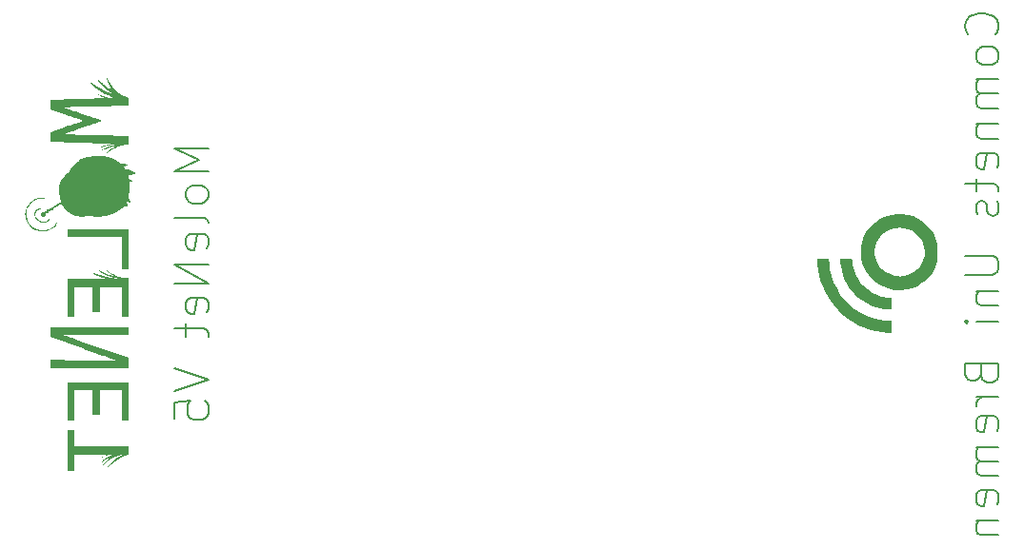
<source format=gbo>
%TF.GenerationSoftware,KiCad,Pcbnew,6.0.7-f9a2dced07~116~ubuntu20.04.1*%
%TF.CreationDate,2023-02-02T12:22:44+01:00*%
%TF.ProjectId,MoleNet_V5.2.2,4d6f6c65-4e65-4745-9f56-352e322e322e,1*%
%TF.SameCoordinates,Original*%
%TF.FileFunction,Legend,Bot*%
%TF.FilePolarity,Positive*%
%FSLAX46Y46*%
G04 Gerber Fmt 4.6, Leading zero omitted, Abs format (unit mm)*
G04 Created by KiCad (PCBNEW 6.0.7-f9a2dced07~116~ubuntu20.04.1) date 2023-02-02 12:22:44*
%MOMM*%
%LPD*%
G01*
G04 APERTURE LIST*
G04 Aperture macros list*
%AMRoundRect*
0 Rectangle with rounded corners*
0 $1 Rounding radius*
0 $2 $3 $4 $5 $6 $7 $8 $9 X,Y pos of 4 corners*
0 Add a 4 corners polygon primitive as box body*
4,1,4,$2,$3,$4,$5,$6,$7,$8,$9,$2,$3,0*
0 Add four circle primitives for the rounded corners*
1,1,$1+$1,$2,$3*
1,1,$1+$1,$4,$5*
1,1,$1+$1,$6,$7*
1,1,$1+$1,$8,$9*
0 Add four rect primitives between the rounded corners*
20,1,$1+$1,$2,$3,$4,$5,0*
20,1,$1+$1,$4,$5,$6,$7,0*
20,1,$1+$1,$6,$7,$8,$9,0*
20,1,$1+$1,$8,$9,$2,$3,0*%
G04 Aperture macros list end*
%ADD10C,0.150000*%
%ADD11R,1.700000X1.700000*%
%ADD12O,1.700000X1.700000*%
%ADD13RoundRect,0.250000X-0.600000X0.600000X-0.600000X-0.600000X0.600000X-0.600000X0.600000X0.600000X0*%
%ADD14C,1.700000*%
%ADD15C,2.200000*%
%ADD16R,2.200000X2.200000*%
%ADD17O,2.200000X2.200000*%
%ADD18R,2.400000X2.400000*%
%ADD19C,2.400000*%
%ADD20R,4.000000X4.000000*%
%ADD21C,4.000000*%
%ADD22C,2.000000*%
%ADD23C,2.224000*%
G04 APERTURE END LIST*
D10*
X114507142Y-80100000D02*
X111507142Y-80100000D01*
X113650000Y-81100000D01*
X111507142Y-82100000D01*
X114507142Y-82100000D01*
X114507142Y-83957142D02*
X114364285Y-83671428D01*
X114221428Y-83528571D01*
X113935714Y-83385714D01*
X113078571Y-83385714D01*
X112792857Y-83528571D01*
X112650000Y-83671428D01*
X112507142Y-83957142D01*
X112507142Y-84385714D01*
X112650000Y-84671428D01*
X112792857Y-84814285D01*
X113078571Y-84957142D01*
X113935714Y-84957142D01*
X114221428Y-84814285D01*
X114364285Y-84671428D01*
X114507142Y-84385714D01*
X114507142Y-83957142D01*
X114507142Y-86671428D02*
X114364285Y-86385714D01*
X114078571Y-86242857D01*
X111507142Y-86242857D01*
X114364285Y-88957142D02*
X114507142Y-88671428D01*
X114507142Y-88100000D01*
X114364285Y-87814285D01*
X114078571Y-87671428D01*
X112935714Y-87671428D01*
X112650000Y-87814285D01*
X112507142Y-88100000D01*
X112507142Y-88671428D01*
X112650000Y-88957142D01*
X112935714Y-89100000D01*
X113221428Y-89100000D01*
X113507142Y-87671428D01*
X114507142Y-90385714D02*
X111507142Y-90385714D01*
X114507142Y-92100000D01*
X111507142Y-92100000D01*
X114364285Y-94671428D02*
X114507142Y-94385714D01*
X114507142Y-93814285D01*
X114364285Y-93528571D01*
X114078571Y-93385714D01*
X112935714Y-93385714D01*
X112650000Y-93528571D01*
X112507142Y-93814285D01*
X112507142Y-94385714D01*
X112650000Y-94671428D01*
X112935714Y-94814285D01*
X113221428Y-94814285D01*
X113507142Y-93385714D01*
X112507142Y-95671428D02*
X112507142Y-96814285D01*
X111507142Y-96100000D02*
X114078571Y-96100000D01*
X114364285Y-96242857D01*
X114507142Y-96528571D01*
X114507142Y-96814285D01*
X111507142Y-99671428D02*
X114507142Y-100671428D01*
X111507142Y-101671428D01*
X111507142Y-104100000D02*
X111507142Y-102671428D01*
X112935714Y-102528571D01*
X112792857Y-102671428D01*
X112650000Y-102957142D01*
X112650000Y-103671428D01*
X112792857Y-103957142D01*
X112935714Y-104100000D01*
X113221428Y-104242857D01*
X113935714Y-104242857D01*
X114221428Y-104100000D01*
X114364285Y-103957142D01*
X114507142Y-103671428D01*
X114507142Y-102957142D01*
X114364285Y-102671428D01*
X114221428Y-102528571D01*
X184461428Y-69911428D02*
X184604285Y-69768571D01*
X184747142Y-69340000D01*
X184747142Y-69054285D01*
X184604285Y-68625714D01*
X184318571Y-68340000D01*
X184032857Y-68197142D01*
X183461428Y-68054285D01*
X183032857Y-68054285D01*
X182461428Y-68197142D01*
X182175714Y-68340000D01*
X181890000Y-68625714D01*
X181747142Y-69054285D01*
X181747142Y-69340000D01*
X181890000Y-69768571D01*
X182032857Y-69911428D01*
X184747142Y-71625714D02*
X184604285Y-71340000D01*
X184461428Y-71197142D01*
X184175714Y-71054285D01*
X183318571Y-71054285D01*
X183032857Y-71197142D01*
X182890000Y-71340000D01*
X182747142Y-71625714D01*
X182747142Y-72054285D01*
X182890000Y-72340000D01*
X183032857Y-72482857D01*
X183318571Y-72625714D01*
X184175714Y-72625714D01*
X184461428Y-72482857D01*
X184604285Y-72340000D01*
X184747142Y-72054285D01*
X184747142Y-71625714D01*
X184747142Y-73911428D02*
X182747142Y-73911428D01*
X183032857Y-73911428D02*
X182890000Y-74054285D01*
X182747142Y-74340000D01*
X182747142Y-74768571D01*
X182890000Y-75054285D01*
X183175714Y-75197142D01*
X184747142Y-75197142D01*
X183175714Y-75197142D02*
X182890000Y-75340000D01*
X182747142Y-75625714D01*
X182747142Y-76054285D01*
X182890000Y-76340000D01*
X183175714Y-76482857D01*
X184747142Y-76482857D01*
X182747142Y-77911428D02*
X184747142Y-77911428D01*
X183032857Y-77911428D02*
X182890000Y-78054285D01*
X182747142Y-78340000D01*
X182747142Y-78768571D01*
X182890000Y-79054285D01*
X183175714Y-79197142D01*
X184747142Y-79197142D01*
X184604285Y-81768571D02*
X184747142Y-81482857D01*
X184747142Y-80911428D01*
X184604285Y-80625714D01*
X184318571Y-80482857D01*
X183175714Y-80482857D01*
X182890000Y-80625714D01*
X182747142Y-80911428D01*
X182747142Y-81482857D01*
X182890000Y-81768571D01*
X183175714Y-81911428D01*
X183461428Y-81911428D01*
X183747142Y-80482857D01*
X182747142Y-82768571D02*
X182747142Y-83911428D01*
X181747142Y-83197142D02*
X184318571Y-83197142D01*
X184604285Y-83340000D01*
X184747142Y-83625714D01*
X184747142Y-83911428D01*
X184604285Y-84768571D02*
X184747142Y-85054285D01*
X184747142Y-85625714D01*
X184604285Y-85911428D01*
X184318571Y-86054285D01*
X184175714Y-86054285D01*
X183890000Y-85911428D01*
X183747142Y-85625714D01*
X183747142Y-85197142D01*
X183604285Y-84911428D01*
X183318571Y-84768571D01*
X183175714Y-84768571D01*
X182890000Y-84911428D01*
X182747142Y-85197142D01*
X182747142Y-85625714D01*
X182890000Y-85911428D01*
X181747142Y-89625714D02*
X184175714Y-89625714D01*
X184461428Y-89768571D01*
X184604285Y-89911428D01*
X184747142Y-90197142D01*
X184747142Y-90768571D01*
X184604285Y-91054285D01*
X184461428Y-91197142D01*
X184175714Y-91340000D01*
X181747142Y-91340000D01*
X182747142Y-92768571D02*
X184747142Y-92768571D01*
X183032857Y-92768571D02*
X182890000Y-92911428D01*
X182747142Y-93197142D01*
X182747142Y-93625714D01*
X182890000Y-93911428D01*
X183175714Y-94054285D01*
X184747142Y-94054285D01*
X184747142Y-95482857D02*
X182747142Y-95482857D01*
X181747142Y-95482857D02*
X181890000Y-95340000D01*
X182032857Y-95482857D01*
X181890000Y-95625714D01*
X181747142Y-95482857D01*
X182032857Y-95482857D01*
X183175714Y-100197142D02*
X183318571Y-100625714D01*
X183461428Y-100768571D01*
X183747142Y-100911428D01*
X184175714Y-100911428D01*
X184461428Y-100768571D01*
X184604285Y-100625714D01*
X184747142Y-100340000D01*
X184747142Y-99197142D01*
X181747142Y-99197142D01*
X181747142Y-100197142D01*
X181890000Y-100482857D01*
X182032857Y-100625714D01*
X182318571Y-100768571D01*
X182604285Y-100768571D01*
X182890000Y-100625714D01*
X183032857Y-100482857D01*
X183175714Y-100197142D01*
X183175714Y-99197142D01*
X184747142Y-102197142D02*
X182747142Y-102197142D01*
X183318571Y-102197142D02*
X183032857Y-102340000D01*
X182890000Y-102482857D01*
X182747142Y-102768571D01*
X182747142Y-103054285D01*
X184604285Y-105197142D02*
X184747142Y-104911428D01*
X184747142Y-104340000D01*
X184604285Y-104054285D01*
X184318571Y-103911428D01*
X183175714Y-103911428D01*
X182890000Y-104054285D01*
X182747142Y-104340000D01*
X182747142Y-104911428D01*
X182890000Y-105197142D01*
X183175714Y-105340000D01*
X183461428Y-105340000D01*
X183747142Y-103911428D01*
X184747142Y-106625714D02*
X182747142Y-106625714D01*
X183032857Y-106625714D02*
X182890000Y-106768571D01*
X182747142Y-107054285D01*
X182747142Y-107482857D01*
X182890000Y-107768571D01*
X183175714Y-107911428D01*
X184747142Y-107911428D01*
X183175714Y-107911428D02*
X182890000Y-108054285D01*
X182747142Y-108340000D01*
X182747142Y-108768571D01*
X182890000Y-109054285D01*
X183175714Y-109197142D01*
X184747142Y-109197142D01*
X184604285Y-111768571D02*
X184747142Y-111482857D01*
X184747142Y-110911428D01*
X184604285Y-110625714D01*
X184318571Y-110482857D01*
X183175714Y-110482857D01*
X182890000Y-110625714D01*
X182747142Y-110911428D01*
X182747142Y-111482857D01*
X182890000Y-111768571D01*
X183175714Y-111911428D01*
X183461428Y-111911428D01*
X183747142Y-110482857D01*
X182747142Y-113197142D02*
X184747142Y-113197142D01*
X183032857Y-113197142D02*
X182890000Y-113340000D01*
X182747142Y-113625714D01*
X182747142Y-114054285D01*
X182890000Y-114340000D01*
X183175714Y-114482857D01*
X184747142Y-114482857D01*
%TO.C,G\u002A\u002A\u002A*%
G36*
X106230811Y-74841543D02*
G01*
X106354876Y-74956317D01*
X106482989Y-75066389D01*
X106609812Y-75166881D01*
X106730008Y-75252915D01*
X106736312Y-75257140D01*
X106798137Y-75298061D01*
X106849227Y-75330054D01*
X106895641Y-75356046D01*
X106943438Y-75378964D01*
X106998678Y-75401734D01*
X107067419Y-75427283D01*
X107155722Y-75458537D01*
X107162795Y-75461017D01*
X107229898Y-75484596D01*
X107290883Y-75506117D01*
X107339282Y-75523292D01*
X107368628Y-75533835D01*
X107412561Y-75549914D01*
X107412561Y-75912577D01*
X107412191Y-76008209D01*
X107411163Y-76094300D01*
X107409573Y-76167353D01*
X107407522Y-76223868D01*
X107405105Y-76260345D01*
X107402422Y-76273287D01*
X107399778Y-76273299D01*
X107366245Y-76273757D01*
X107308364Y-76274835D01*
X107227647Y-76276496D01*
X107125604Y-76278703D01*
X107003747Y-76281420D01*
X106863586Y-76284607D01*
X106706634Y-76288230D01*
X106534400Y-76292250D01*
X106348395Y-76296630D01*
X106150132Y-76301334D01*
X105941121Y-76306323D01*
X105722872Y-76311561D01*
X105496898Y-76317011D01*
X105264708Y-76322635D01*
X105027815Y-76328397D01*
X104787729Y-76334258D01*
X104545961Y-76340183D01*
X104304022Y-76346134D01*
X104063423Y-76352073D01*
X103825676Y-76357964D01*
X103592291Y-76363769D01*
X103364779Y-76369452D01*
X103144652Y-76374975D01*
X102933421Y-76380300D01*
X102732595Y-76385391D01*
X102543688Y-76390211D01*
X102368209Y-76394723D01*
X102207670Y-76398889D01*
X102063581Y-76402672D01*
X101937454Y-76406034D01*
X101830800Y-76408940D01*
X101745130Y-76411352D01*
X101681955Y-76413232D01*
X101642785Y-76414543D01*
X101629133Y-76415249D01*
X101628057Y-76427029D01*
X101629820Y-76427764D01*
X101651572Y-76435554D01*
X101696904Y-76451361D01*
X101764317Y-76474672D01*
X101852313Y-76504976D01*
X101959395Y-76541758D01*
X102084065Y-76584505D01*
X102224826Y-76632706D01*
X102380179Y-76685846D01*
X102548628Y-76743413D01*
X102728673Y-76804894D01*
X102918819Y-76869776D01*
X103117566Y-76937546D01*
X103323418Y-77007690D01*
X103388432Y-77029837D01*
X103593224Y-77099604D01*
X103790964Y-77166975D01*
X103980105Y-77231423D01*
X104159104Y-77292423D01*
X104326415Y-77349447D01*
X104480493Y-77401968D01*
X104619794Y-77449461D01*
X104742772Y-77491397D01*
X104847883Y-77527251D01*
X104933581Y-77556496D01*
X104998322Y-77578605D01*
X105040561Y-77593052D01*
X105058752Y-77599309D01*
X105070541Y-77603735D01*
X105090642Y-77615646D01*
X105085788Y-77625445D01*
X105082320Y-77626829D01*
X105056689Y-77636006D01*
X105007623Y-77653144D01*
X104936623Y-77677729D01*
X104845190Y-77709247D01*
X104734826Y-77747183D01*
X104607030Y-77791023D01*
X104463303Y-77840252D01*
X104305147Y-77894358D01*
X104134062Y-77952824D01*
X103951549Y-78015138D01*
X103759110Y-78080785D01*
X103558244Y-78149250D01*
X103350453Y-78220019D01*
X103255849Y-78252232D01*
X103051350Y-78321897D01*
X102854617Y-78388960D01*
X102667135Y-78452914D01*
X102490391Y-78513250D01*
X102325871Y-78569460D01*
X102175060Y-78621034D01*
X102039444Y-78667465D01*
X101920509Y-78708243D01*
X101819741Y-78742861D01*
X101738626Y-78770809D01*
X101678650Y-78791579D01*
X101641298Y-78804662D01*
X101628057Y-78809550D01*
X101629154Y-78821342D01*
X101629523Y-78821409D01*
X101647147Y-78822210D01*
X101690058Y-78823611D01*
X101756745Y-78825575D01*
X101845698Y-78828065D01*
X101955405Y-78831043D01*
X102084355Y-78834473D01*
X102231038Y-78838317D01*
X102393942Y-78842538D01*
X102571556Y-78847098D01*
X102762369Y-78851962D01*
X102964869Y-78857091D01*
X103177547Y-78862449D01*
X103398890Y-78867998D01*
X103627387Y-78873702D01*
X103861529Y-78879522D01*
X104099802Y-78885422D01*
X104340697Y-78891365D01*
X104582703Y-78897314D01*
X104824307Y-78903231D01*
X105064000Y-78909079D01*
X105300269Y-78914821D01*
X105531605Y-78920420D01*
X105756495Y-78925839D01*
X105973429Y-78931041D01*
X106180896Y-78935988D01*
X106377384Y-78940644D01*
X106561383Y-78944971D01*
X106731382Y-78948931D01*
X106885868Y-78952489D01*
X107023332Y-78955606D01*
X107142262Y-78958246D01*
X107241147Y-78960372D01*
X107318476Y-78961945D01*
X107372739Y-78962930D01*
X107402422Y-78963289D01*
X107402629Y-78963366D01*
X107405268Y-78978207D01*
X107407640Y-79016361D01*
X107409651Y-79074368D01*
X107411204Y-79148764D01*
X107412206Y-79236090D01*
X107412561Y-79332884D01*
X107412561Y-79702460D01*
X107321315Y-79717802D01*
X107311219Y-79719498D01*
X107249389Y-79729846D01*
X107177252Y-79741873D01*
X107108410Y-79753312D01*
X107095173Y-79755587D01*
X107007650Y-79773409D01*
X106902429Y-79798515D01*
X106786015Y-79829138D01*
X106664911Y-79863508D01*
X106545622Y-79899860D01*
X106434653Y-79936424D01*
X106374653Y-79958008D01*
X106141080Y-80059891D01*
X105918267Y-80186229D01*
X105707466Y-80336247D01*
X105509926Y-80509172D01*
X105508784Y-80510274D01*
X105469626Y-80545110D01*
X105446978Y-80558663D01*
X105441129Y-80551271D01*
X105452368Y-80523274D01*
X105480982Y-80475014D01*
X105516046Y-80428029D01*
X105578910Y-80359973D01*
X105659816Y-80284203D01*
X105755499Y-80203447D01*
X105862698Y-80120433D01*
X105978150Y-80037890D01*
X106098592Y-79958546D01*
X106142023Y-79930734D01*
X106183622Y-79903067D01*
X106211132Y-79883512D01*
X106220100Y-79875124D01*
X106218529Y-79874530D01*
X106197619Y-79876150D01*
X106157646Y-79883331D01*
X106104246Y-79894810D01*
X106043055Y-79909325D01*
X105979709Y-79925611D01*
X105919844Y-79942407D01*
X105904981Y-79946784D01*
X105834662Y-79967209D01*
X105756283Y-79989636D01*
X105684206Y-80009950D01*
X105665259Y-80015439D01*
X105599274Y-80036359D01*
X105519656Y-80063498D01*
X105434780Y-80093952D01*
X105353019Y-80124817D01*
X105255778Y-80162099D01*
X105163698Y-80195871D01*
X105093536Y-80219483D01*
X105043799Y-80233397D01*
X105012992Y-80238074D01*
X104999622Y-80233975D01*
X104999037Y-80232865D01*
X105004235Y-80214081D01*
X105029366Y-80188671D01*
X105069896Y-80160399D01*
X105121289Y-80133027D01*
X105141604Y-80123591D01*
X105193166Y-80099602D01*
X105254917Y-80070840D01*
X105317560Y-80041635D01*
X105373103Y-80016479D01*
X105453318Y-79982924D01*
X105540459Y-79949894D01*
X105639363Y-79915663D01*
X105754866Y-79878506D01*
X105891805Y-79836695D01*
X105920525Y-79828090D01*
X105999268Y-79804476D01*
X106074041Y-79782026D01*
X106137535Y-79762934D01*
X106182438Y-79749397D01*
X106186633Y-79748123D01*
X106228223Y-79734332D01*
X106244707Y-79725952D01*
X106235806Y-79722975D01*
X106201243Y-79725396D01*
X106140740Y-79733208D01*
X106054019Y-79746404D01*
X106031053Y-79750053D01*
X105950796Y-79762778D01*
X105857101Y-79777605D01*
X105759808Y-79792977D01*
X105668761Y-79807339D01*
X105484482Y-79839224D01*
X105230592Y-79892708D01*
X104990206Y-79954650D01*
X104769825Y-80023487D01*
X104763980Y-80025060D01*
X104767199Y-80020386D01*
X104790102Y-80006521D01*
X104820827Y-79991052D01*
X104886567Y-79962722D01*
X104970510Y-79930255D01*
X105067824Y-79895236D01*
X105173680Y-79859252D01*
X105283246Y-79823888D01*
X105391692Y-79790729D01*
X105494187Y-79761361D01*
X105585900Y-79737370D01*
X105662002Y-79720340D01*
X105685641Y-79715552D01*
X105744649Y-79702252D01*
X105799228Y-79688283D01*
X105843871Y-79675211D01*
X105873073Y-79664599D01*
X105881329Y-79658013D01*
X105880916Y-79657814D01*
X105863252Y-79656053D01*
X105822495Y-79654026D01*
X105762141Y-79651847D01*
X105685685Y-79649630D01*
X105596622Y-79647489D01*
X105498448Y-79645537D01*
X105488159Y-79645335D01*
X105440157Y-79644199D01*
X105368916Y-79642331D01*
X105276059Y-79639780D01*
X105163206Y-79636595D01*
X105031978Y-79632826D01*
X104883998Y-79628522D01*
X104720886Y-79623733D01*
X104544264Y-79618510D01*
X104355752Y-79612900D01*
X104156974Y-79606955D01*
X103949549Y-79600723D01*
X103735099Y-79594255D01*
X103515246Y-79587599D01*
X103291610Y-79580806D01*
X103065814Y-79573925D01*
X102839478Y-79567006D01*
X102614225Y-79560098D01*
X102391674Y-79553251D01*
X102173449Y-79546515D01*
X101961169Y-79539939D01*
X101756457Y-79533572D01*
X101560933Y-79527465D01*
X101376220Y-79521668D01*
X101203938Y-79516228D01*
X101045708Y-79511198D01*
X100903153Y-79506625D01*
X100777894Y-79502559D01*
X100671551Y-79499051D01*
X100585747Y-79496150D01*
X100522102Y-79493905D01*
X100482238Y-79492365D01*
X100467776Y-79491582D01*
X100467279Y-79486686D01*
X100466502Y-79458769D01*
X100465810Y-79408928D01*
X100465229Y-79340357D01*
X100464783Y-79256253D01*
X100464498Y-79159813D01*
X100464397Y-79054232D01*
X100464397Y-78617960D01*
X100744892Y-78522209D01*
X100792666Y-78505921D01*
X100868374Y-78480143D01*
X100965172Y-78447210D01*
X101080674Y-78407933D01*
X101212494Y-78363121D01*
X101358247Y-78313586D01*
X101515547Y-78260138D01*
X101682010Y-78203588D01*
X101855249Y-78144747D01*
X102032879Y-78084426D01*
X102212515Y-78023434D01*
X102247925Y-78011406D01*
X102417998Y-77953446D01*
X102579911Y-77897958D01*
X102731918Y-77845559D01*
X102872273Y-77796864D01*
X102999230Y-77752488D01*
X103111041Y-77713046D01*
X103205961Y-77679154D01*
X103282245Y-77651428D01*
X103338144Y-77630482D01*
X103371913Y-77616932D01*
X103381807Y-77611393D01*
X103379450Y-77610457D01*
X103356035Y-77602131D01*
X103309218Y-77585886D01*
X103240637Y-77562280D01*
X103151928Y-77531871D01*
X103044731Y-77495219D01*
X102920681Y-77452882D01*
X102781416Y-77405418D01*
X102628575Y-77353386D01*
X102463793Y-77297345D01*
X102288709Y-77237852D01*
X102104961Y-77175467D01*
X101914184Y-77110749D01*
X100464397Y-76619122D01*
X100464397Y-75746066D01*
X100521848Y-75746716D01*
X100528006Y-75746735D01*
X100564815Y-75746262D01*
X100625458Y-75745007D01*
X100708296Y-75743021D01*
X100811689Y-75740353D01*
X100933994Y-75737056D01*
X101073572Y-75733180D01*
X101228783Y-75728776D01*
X101397985Y-75723895D01*
X101579537Y-75718587D01*
X101771801Y-75712904D01*
X101973133Y-75706896D01*
X102181895Y-75700614D01*
X102396445Y-75694109D01*
X102615143Y-75687433D01*
X102836348Y-75680635D01*
X103058420Y-75673766D01*
X103279718Y-75666878D01*
X103498601Y-75660021D01*
X103713428Y-75653247D01*
X103922560Y-75646605D01*
X104124355Y-75640148D01*
X104317173Y-75633925D01*
X104499373Y-75627987D01*
X104669315Y-75622387D01*
X104825358Y-75617173D01*
X104965861Y-75612398D01*
X105089184Y-75608111D01*
X105193686Y-75604365D01*
X105277726Y-75601209D01*
X105339664Y-75598695D01*
X105377860Y-75596873D01*
X105390672Y-75595794D01*
X105379199Y-75588036D01*
X105351889Y-75578501D01*
X105334132Y-75572766D01*
X105291126Y-75556115D01*
X105231680Y-75531424D01*
X105160496Y-75500792D01*
X105082275Y-75466319D01*
X105001720Y-75430104D01*
X104923531Y-75394247D01*
X104852410Y-75360846D01*
X104793060Y-75332002D01*
X104750180Y-75309814D01*
X104730519Y-75298774D01*
X104691782Y-75275179D01*
X104667909Y-75257814D01*
X104663447Y-75249824D01*
X104663498Y-75249808D01*
X104679780Y-75253050D01*
X104717984Y-75264350D01*
X104774656Y-75282571D01*
X104846342Y-75306577D01*
X104929589Y-75335234D01*
X105020943Y-75367405D01*
X105098946Y-75394932D01*
X105257310Y-75448913D01*
X105395475Y-75492817D01*
X105516525Y-75527344D01*
X105623541Y-75553194D01*
X105719606Y-75571070D01*
X105807801Y-75581671D01*
X105891209Y-75585698D01*
X105972912Y-75583852D01*
X106094573Y-75577093D01*
X105925600Y-75503834D01*
X105915512Y-75499452D01*
X105621204Y-75363680D01*
X105337796Y-75217691D01*
X105067977Y-75063195D01*
X104814437Y-74901898D01*
X104579864Y-74735508D01*
X104366948Y-74565734D01*
X104178378Y-74394283D01*
X104161832Y-74378048D01*
X104100782Y-74316894D01*
X104058144Y-74271319D01*
X104032500Y-74239335D01*
X104022430Y-74218952D01*
X104026514Y-74208181D01*
X104043333Y-74205033D01*
X104043562Y-74205035D01*
X104069678Y-74212743D01*
X104115928Y-74234600D01*
X104180235Y-74269404D01*
X104260524Y-74315950D01*
X104354719Y-74373037D01*
X104460743Y-74439461D01*
X104576520Y-74514019D01*
X104643234Y-74557030D01*
X104831306Y-74673333D01*
X105020069Y-74783189D01*
X105204302Y-74883714D01*
X105378785Y-74972027D01*
X105538298Y-75045242D01*
X105546922Y-75048949D01*
X105640685Y-75088519D01*
X105729832Y-75124883D01*
X105811001Y-75156778D01*
X105880830Y-75182941D01*
X105935954Y-75202108D01*
X105973013Y-75213017D01*
X105988643Y-75214404D01*
X105984046Y-75208871D01*
X105961202Y-75189703D01*
X105922444Y-75159537D01*
X105871255Y-75121067D01*
X105811116Y-75076988D01*
X105804412Y-75072128D01*
X105751322Y-75033440D01*
X105704165Y-74998511D01*
X105659628Y-74964679D01*
X105614398Y-74929281D01*
X105565162Y-74889655D01*
X105508606Y-74843139D01*
X105441418Y-74787069D01*
X105360283Y-74718783D01*
X105261889Y-74635618D01*
X105231411Y-74609435D01*
X105124291Y-74511281D01*
X105021805Y-74408293D01*
X104927487Y-74304497D01*
X104844868Y-74203916D01*
X104777483Y-74110574D01*
X104728863Y-74028495D01*
X104711218Y-73989135D01*
X104698206Y-73947719D01*
X104695473Y-73918625D01*
X104704200Y-73907641D01*
X104711808Y-73912881D01*
X104736301Y-73934172D01*
X104774161Y-73968971D01*
X104822031Y-74014181D01*
X104876552Y-74066702D01*
X104918915Y-74107739D01*
X104967977Y-74154582D01*
X105013064Y-74196405D01*
X105057797Y-74236290D01*
X105105799Y-74277318D01*
X105160692Y-74322569D01*
X105226099Y-74375126D01*
X105305640Y-74438070D01*
X105402938Y-74514480D01*
X105440013Y-74543364D01*
X105515892Y-74601514D01*
X105592141Y-74658825D01*
X105665647Y-74713059D01*
X105733300Y-74761979D01*
X105791986Y-74803347D01*
X105838594Y-74834925D01*
X105870012Y-74854476D01*
X105883127Y-74859762D01*
X105883294Y-74859488D01*
X105878163Y-74845123D01*
X105871133Y-74831711D01*
X106034826Y-74831711D01*
X106035996Y-74840113D01*
X106051073Y-74865664D01*
X106078775Y-74907960D01*
X106088389Y-74922278D01*
X106139389Y-74992309D01*
X106191976Y-75052440D01*
X106251849Y-75108065D01*
X106324708Y-75164577D01*
X106416252Y-75227372D01*
X106452316Y-75251175D01*
X106510987Y-75290063D01*
X106559963Y-75322735D01*
X106594945Y-75346316D01*
X106611629Y-75357932D01*
X106620041Y-75363470D01*
X106628527Y-75364091D01*
X106621400Y-75355274D01*
X106598137Y-75333941D01*
X106564317Y-75305775D01*
X106548243Y-75292719D01*
X106482812Y-75237485D01*
X106404615Y-75168968D01*
X106318619Y-75091620D01*
X106229790Y-75009892D01*
X106143095Y-74928237D01*
X106127567Y-74913434D01*
X106079330Y-74867967D01*
X106048844Y-74840861D01*
X106034826Y-74831711D01*
X105871133Y-74831711D01*
X105862127Y-74814530D01*
X105838386Y-74773856D01*
X105776407Y-74661564D01*
X105709715Y-74519072D01*
X105642962Y-74354754D01*
X105577285Y-74171239D01*
X105558273Y-74113597D01*
X105527640Y-74014787D01*
X105502314Y-73925187D01*
X105483075Y-73848038D01*
X105470702Y-73786583D01*
X105465976Y-73744063D01*
X105469675Y-73723722D01*
X105470637Y-73722844D01*
X105487814Y-73724079D01*
X105511053Y-73749404D01*
X105539259Y-73796989D01*
X105571336Y-73865005D01*
X105606187Y-73951622D01*
X105609950Y-73961454D01*
X105657076Y-74067909D01*
X105719435Y-74186284D01*
X105793284Y-74310261D01*
X105874879Y-74433518D01*
X105960477Y-74549738D01*
X106016173Y-74617393D01*
X106034826Y-74637836D01*
X106116131Y-74726942D01*
X106230811Y-74841543D01*
G37*
G36*
X107412561Y-104282202D02*
G01*
X106790741Y-104282202D01*
X106790741Y-101592154D01*
X104857691Y-101592154D01*
X104857691Y-103809078D01*
X104235871Y-103809078D01*
X104235871Y-101592154D01*
X102600214Y-101592154D01*
X102600214Y-104282202D01*
X101978394Y-104282202D01*
X101978394Y-100889227D01*
X107412561Y-100889227D01*
X107412561Y-104282202D01*
G37*
G36*
X104850247Y-80756311D02*
G01*
X104987148Y-80760017D01*
X105108579Y-80766863D01*
X105220591Y-80777433D01*
X105329234Y-80792311D01*
X105440560Y-80812079D01*
X105560618Y-80837323D01*
X105669637Y-80863923D01*
X105889590Y-80931864D01*
X106099918Y-81015914D01*
X106296611Y-81114172D01*
X106475660Y-81224737D01*
X106633055Y-81345709D01*
X106711932Y-81413892D01*
X106903412Y-81415343D01*
X106922449Y-81415495D01*
X106993603Y-81416457D01*
X107044907Y-81418547D01*
X107082241Y-81422671D01*
X107111486Y-81429736D01*
X107138525Y-81440649D01*
X107169240Y-81456315D01*
X107203884Y-81473217D01*
X107252690Y-81492939D01*
X107290900Y-81503856D01*
X107317299Y-81511152D01*
X107336269Y-81527297D01*
X107329886Y-81545864D01*
X107297659Y-81562585D01*
X107295815Y-81563172D01*
X107244193Y-81580786D01*
X107185803Y-81602477D01*
X107126007Y-81626022D01*
X107070167Y-81649198D01*
X107023643Y-81669783D01*
X106991797Y-81685554D01*
X106979990Y-81694288D01*
X106983357Y-81703519D01*
X106999218Y-81731259D01*
X107024146Y-81769943D01*
X107053749Y-81813207D01*
X107083632Y-81854684D01*
X107109404Y-81888008D01*
X107126670Y-81906816D01*
X107143727Y-81914161D01*
X107182996Y-81921086D01*
X107233224Y-81923713D01*
X107339747Y-81931158D01*
X107455015Y-81953343D01*
X107566712Y-81987897D01*
X107667185Y-82032432D01*
X107748782Y-82084561D01*
X107762816Y-82094969D01*
X107803918Y-82119807D01*
X107839176Y-82134254D01*
X107859157Y-82139943D01*
X107917214Y-82163239D01*
X107974219Y-82193739D01*
X108017484Y-82224987D01*
X108041369Y-82252896D01*
X108046046Y-82281640D01*
X108032514Y-82321189D01*
X108026465Y-82333306D01*
X108016466Y-82345462D01*
X107999653Y-82354803D01*
X107971057Y-82363117D01*
X107925712Y-82372193D01*
X107858649Y-82383823D01*
X107821154Y-82391085D01*
X107767139Y-82402764D01*
X107702398Y-82417496D01*
X107632230Y-82433999D01*
X107561937Y-82450991D01*
X107496820Y-82467191D01*
X107442180Y-82481316D01*
X107403317Y-82492085D01*
X107385534Y-82498216D01*
X107385108Y-82499150D01*
X107386738Y-82517597D01*
X107393309Y-82554528D01*
X107403379Y-82603579D01*
X107415505Y-82658387D01*
X107428246Y-82712591D01*
X107440160Y-82759827D01*
X107449804Y-82793733D01*
X107455736Y-82807946D01*
X107467244Y-82812074D01*
X107498145Y-82821996D01*
X107540932Y-82835228D01*
X107588678Y-82854663D01*
X107638841Y-82884243D01*
X107681973Y-82918166D01*
X107712049Y-82951645D01*
X107723041Y-82979893D01*
X107719475Y-83000999D01*
X107698889Y-83027646D01*
X107657564Y-83045051D01*
X107592691Y-83054830D01*
X107499665Y-83062629D01*
X107499909Y-83422522D01*
X107499698Y-83519652D01*
X107498172Y-83639870D01*
X107494737Y-83743142D01*
X107488873Y-83835398D01*
X107480062Y-83922567D01*
X107467786Y-84010579D01*
X107451524Y-84105365D01*
X107430759Y-84212854D01*
X107395999Y-84386454D01*
X107463896Y-84530523D01*
X107478296Y-84561332D01*
X107521541Y-84658525D01*
X107551484Y-84735385D01*
X107568656Y-84794115D01*
X107573586Y-84836915D01*
X107566804Y-84865986D01*
X107548839Y-84883529D01*
X107538579Y-84887472D01*
X107518944Y-84885602D01*
X107491686Y-84870457D01*
X107450835Y-84839346D01*
X107414005Y-84809956D01*
X107366771Y-84772901D01*
X107328861Y-84743830D01*
X107278957Y-84706378D01*
X107251462Y-84760272D01*
X107223967Y-84814167D01*
X107275695Y-84926870D01*
X107293923Y-84967201D01*
X107320364Y-85030348D01*
X107337403Y-85080655D01*
X107347294Y-85125331D01*
X107352293Y-85171583D01*
X107352563Y-85176521D01*
X107348674Y-85213743D01*
X107331698Y-85239850D01*
X107299057Y-85255565D01*
X107248175Y-85261612D01*
X107176473Y-85258714D01*
X107081374Y-85247594D01*
X106973231Y-85232536D01*
X106811017Y-85393529D01*
X106754688Y-85447558D01*
X106564153Y-85605819D01*
X106355667Y-85744019D01*
X106129124Y-85862213D01*
X105884420Y-85960460D01*
X105621449Y-86038816D01*
X105514569Y-86064483D01*
X105405379Y-86087288D01*
X105299980Y-86104870D01*
X105192214Y-86117963D01*
X105075925Y-86127304D01*
X104944958Y-86133626D01*
X104793157Y-86137664D01*
X104653925Y-86139552D01*
X104523087Y-86139151D01*
X104407340Y-86135812D01*
X104300514Y-86129144D01*
X104196438Y-86118752D01*
X104088941Y-86104241D01*
X103971852Y-86085218D01*
X103809217Y-86057124D01*
X103698404Y-86092129D01*
X103573709Y-86123438D01*
X103417259Y-86145343D01*
X103252768Y-86152408D01*
X103088171Y-86144335D01*
X102931401Y-86120828D01*
X102831736Y-86096807D01*
X102676122Y-86048462D01*
X102517482Y-85987713D01*
X102363331Y-85917785D01*
X102221182Y-85841906D01*
X102098550Y-85763300D01*
X102018688Y-85703060D01*
X101894070Y-85592109D01*
X101784088Y-85468802D01*
X101681753Y-85325802D01*
X101668391Y-85305337D01*
X101628476Y-85245481D01*
X101592582Y-85193434D01*
X101564204Y-85154199D01*
X101546838Y-85132775D01*
X101527907Y-85106358D01*
X101518788Y-85076975D01*
X101516485Y-85059866D01*
X101507335Y-85026735D01*
X101494481Y-84991359D01*
X101481466Y-84963196D01*
X101471837Y-84951707D01*
X101463379Y-84956377D01*
X101434947Y-84974041D01*
X101389550Y-85002987D01*
X101330291Y-85041220D01*
X101260270Y-85086748D01*
X101182591Y-85137577D01*
X101133699Y-85169611D01*
X101049009Y-85224867D01*
X100968154Y-85277350D01*
X100895817Y-85324033D01*
X100836681Y-85361888D01*
X100795431Y-85387885D01*
X100745674Y-85419979D01*
X100714747Y-85443737D01*
X100700980Y-85461261D01*
X100700932Y-85475751D01*
X100701966Y-85478496D01*
X100710305Y-85509812D01*
X100717589Y-85549871D01*
X100718132Y-85553952D01*
X100717606Y-85589016D01*
X100705658Y-85600529D01*
X100684135Y-85588409D01*
X100654887Y-85552579D01*
X100646095Y-85540553D01*
X100623252Y-85516458D01*
X100606788Y-85508738D01*
X100605318Y-85509251D01*
X100584957Y-85519873D01*
X100547411Y-85541614D01*
X100497478Y-85571645D01*
X100439954Y-85607137D01*
X100373671Y-85649683D01*
X100326773Y-85683617D01*
X100299262Y-85710498D01*
X100288910Y-85733277D01*
X100293492Y-85754903D01*
X100310782Y-85778328D01*
X100320945Y-85790127D01*
X100325307Y-85802961D01*
X100310094Y-85811517D01*
X100288314Y-85811259D01*
X100256691Y-85791522D01*
X100253542Y-85788594D01*
X100228343Y-85769629D01*
X100204564Y-85765448D01*
X100174752Y-85776826D01*
X100131457Y-85804536D01*
X100108154Y-85821082D01*
X100084658Y-85842235D01*
X100076733Y-85861538D01*
X100079603Y-85886551D01*
X100082213Y-85914129D01*
X100068399Y-85949555D01*
X100051857Y-85977623D01*
X100039160Y-86015578D01*
X100033954Y-86032472D01*
X100010680Y-86066269D01*
X99966687Y-86101154D01*
X99934640Y-86121348D01*
X99902643Y-86135169D01*
X99867408Y-86139822D01*
X99817138Y-86138232D01*
X99777974Y-86135107D01*
X99742303Y-86127982D01*
X99716878Y-86114063D01*
X99692098Y-86089617D01*
X99689837Y-86087072D01*
X99670205Y-86061825D01*
X99659205Y-86036225D01*
X99654399Y-86001389D01*
X99653348Y-85948434D01*
X99658187Y-85871061D01*
X99675273Y-85808254D01*
X99706467Y-85762620D01*
X99753602Y-85730164D01*
X99769044Y-85722997D01*
X99801810Y-85712553D01*
X99837219Y-85711128D01*
X99887031Y-85717617D01*
X99915814Y-85722184D01*
X99949189Y-85724854D01*
X99976304Y-85719901D01*
X100006809Y-85704965D01*
X100050354Y-85677689D01*
X100055444Y-85674416D01*
X100095464Y-85648542D01*
X100124778Y-85629340D01*
X100137352Y-85620757D01*
X100137130Y-85613595D01*
X100130715Y-85586873D01*
X100118870Y-85547896D01*
X100106971Y-85506362D01*
X100104435Y-85477665D01*
X100112338Y-85459343D01*
X100116157Y-85455186D01*
X100140245Y-85446400D01*
X100166713Y-85464005D01*
X100194891Y-85507605D01*
X100202367Y-85521800D01*
X100218540Y-85549148D01*
X100227884Y-85560009D01*
X100237137Y-85556096D01*
X100265277Y-85540143D01*
X100306673Y-85514975D01*
X100356137Y-85483931D01*
X100408486Y-85450345D01*
X100458532Y-85417553D01*
X100501090Y-85388891D01*
X100530975Y-85367695D01*
X100543001Y-85357300D01*
X100542216Y-85343256D01*
X100531767Y-85316280D01*
X100526044Y-85304414D01*
X100523204Y-85283137D01*
X100540059Y-85280249D01*
X100576449Y-85295822D01*
X100621073Y-85319854D01*
X100816471Y-85201158D01*
X100830213Y-85192795D01*
X100889886Y-85156221D01*
X100959121Y-85113472D01*
X101034301Y-85066814D01*
X101111807Y-85018512D01*
X101188023Y-84970833D01*
X101259331Y-84926043D01*
X101322115Y-84886409D01*
X101372756Y-84854195D01*
X101407638Y-84831669D01*
X101423143Y-84821096D01*
X101422768Y-84812671D01*
X101415965Y-84783019D01*
X101403307Y-84737411D01*
X101386262Y-84681406D01*
X101375623Y-84646982D01*
X101361354Y-84597152D01*
X101348413Y-84545907D01*
X101335957Y-84489022D01*
X101323139Y-84422269D01*
X101309115Y-84341421D01*
X101293037Y-84242252D01*
X101274061Y-84120535D01*
X101266177Y-84063771D01*
X101254182Y-83946075D01*
X101246407Y-83822304D01*
X101242979Y-83698993D01*
X101244025Y-83582675D01*
X101249671Y-83479885D01*
X101260044Y-83397157D01*
X101275460Y-83324739D01*
X101301814Y-83225911D01*
X101333431Y-83125521D01*
X101367296Y-83033011D01*
X101400391Y-82957827D01*
X101476269Y-82824924D01*
X101584637Y-82673469D01*
X101713209Y-82525392D01*
X101858514Y-82384650D01*
X102017080Y-82255197D01*
X102038059Y-82239463D01*
X102087865Y-82200612D01*
X102123083Y-82168824D01*
X102149363Y-82137757D01*
X102172351Y-82101072D01*
X102197695Y-82052430D01*
X102225811Y-81998199D01*
X102351418Y-81792321D01*
X102498880Y-81601391D01*
X102666428Y-81427518D01*
X102852293Y-81272806D01*
X102915599Y-81223066D01*
X102976877Y-81165710D01*
X103017035Y-81114184D01*
X103037744Y-81083499D01*
X103073453Y-81047639D01*
X103110335Y-81035207D01*
X103152315Y-81044172D01*
X103163169Y-81047985D01*
X103184445Y-81050309D01*
X103212028Y-81045141D01*
X103251928Y-81031051D01*
X103310153Y-81006610D01*
X103464247Y-80945653D01*
X103698621Y-80871890D01*
X103948392Y-80813652D01*
X104208835Y-80772172D01*
X104210053Y-80772022D01*
X104274403Y-80766211D01*
X104361068Y-80761465D01*
X104465453Y-80757940D01*
X104582960Y-80755793D01*
X104708995Y-80755179D01*
X104850247Y-80756311D01*
G37*
G36*
X99718071Y-84494669D02*
G01*
X99826254Y-84501357D01*
X99917077Y-84512782D01*
X99951957Y-84518978D01*
X100008896Y-84530304D01*
X100044149Y-84540295D01*
X100061187Y-84550624D01*
X100063480Y-84562962D01*
X100054496Y-84578981D01*
X100042256Y-84591921D01*
X100025330Y-84597429D01*
X99996501Y-84596073D01*
X99948491Y-84588507D01*
X99940416Y-84587173D01*
X99865763Y-84579137D01*
X99773243Y-84574778D01*
X99670726Y-84574034D01*
X99566084Y-84576844D01*
X99467189Y-84583148D01*
X99381913Y-84592885D01*
X99297294Y-84607936D01*
X99207203Y-84631450D01*
X99125230Y-84663431D01*
X99046589Y-84706572D01*
X98966494Y-84763565D01*
X98880158Y-84837102D01*
X98782795Y-84929876D01*
X98713332Y-85000428D01*
X98607417Y-85118212D01*
X98522083Y-85229102D01*
X98455062Y-85336501D01*
X98404089Y-85443813D01*
X98366898Y-85554440D01*
X98359606Y-85585083D01*
X98346176Y-85672820D01*
X98338064Y-85776270D01*
X98335349Y-85887840D01*
X98338108Y-85999938D01*
X98346419Y-86104971D01*
X98360358Y-86195347D01*
X98407556Y-86378034D01*
X98470246Y-86542266D01*
X98550067Y-86690138D01*
X98648977Y-86825273D01*
X98768934Y-86951292D01*
X98827262Y-87003534D01*
X98989679Y-87126951D01*
X99160022Y-87226523D01*
X99336441Y-87302056D01*
X99517085Y-87353356D01*
X99700104Y-87380230D01*
X99883648Y-87382484D01*
X100065866Y-87359924D01*
X100244907Y-87312357D01*
X100418921Y-87239589D01*
X100586057Y-87141427D01*
X100640604Y-87101408D01*
X100738730Y-87013992D01*
X100825480Y-86916572D01*
X100895976Y-86814941D01*
X100945340Y-86714889D01*
X100959512Y-86680216D01*
X100973865Y-86660414D01*
X100993321Y-86657958D01*
X101025414Y-86668482D01*
X101042691Y-86676784D01*
X101052078Y-86688633D01*
X101052061Y-86707878D01*
X101041779Y-86738617D01*
X101020367Y-86784946D01*
X100986963Y-86850962D01*
X100948009Y-86918437D01*
X100893860Y-86991518D01*
X100822931Y-87068972D01*
X100804803Y-87087005D01*
X100659516Y-87210332D01*
X100499018Y-87311342D01*
X100323272Y-87390054D01*
X100132238Y-87446487D01*
X99925876Y-87480656D01*
X99855330Y-87486022D01*
X99679290Y-87481434D01*
X99499887Y-87452856D01*
X99320452Y-87401572D01*
X99144313Y-87328869D01*
X98974802Y-87236034D01*
X98815248Y-87124353D01*
X98668981Y-86995112D01*
X98632797Y-86957977D01*
X98509616Y-86809092D01*
X98409538Y-86647945D01*
X98332248Y-86473718D01*
X98277431Y-86285593D01*
X98244772Y-86082750D01*
X98233955Y-85864371D01*
X98235546Y-85787499D01*
X98249431Y-85639222D01*
X98278936Y-85501591D01*
X98325671Y-85371239D01*
X98391249Y-85244799D01*
X98477282Y-85118906D01*
X98585383Y-84990192D01*
X98717163Y-84855291D01*
X98766822Y-84808174D01*
X98864088Y-84722111D01*
X98952532Y-84654296D01*
X99036732Y-84602083D01*
X99121264Y-84562824D01*
X99210702Y-84533872D01*
X99309624Y-84512581D01*
X99380882Y-84503059D01*
X99486233Y-84495517D01*
X99601680Y-84492721D01*
X99718071Y-84494669D01*
G37*
G36*
X104736031Y-80037976D02*
G01*
X104729272Y-80044735D01*
X104722513Y-80037976D01*
X104729272Y-80031217D01*
X104736031Y-80037976D01*
G37*
G36*
X107412561Y-90804927D02*
G01*
X106790741Y-90804927D01*
X106790741Y-87966183D01*
X101978394Y-87966183D01*
X101978394Y-87263256D01*
X107412561Y-87263256D01*
X107412561Y-90804927D01*
G37*
G36*
X101102861Y-85641636D02*
G01*
X101113253Y-85654634D01*
X101113098Y-85657693D01*
X101107292Y-85668152D01*
X101105123Y-85667530D01*
X101092976Y-85654634D01*
X101090864Y-85649398D01*
X101098937Y-85641116D01*
X101102861Y-85641636D01*
G37*
G36*
X106696869Y-91536807D02*
G01*
X106805840Y-91562209D01*
X106915677Y-91579858D01*
X107035047Y-91591345D01*
X107172619Y-91598260D01*
X107412561Y-91606537D01*
X107412561Y-95103596D01*
X106790741Y-95103596D01*
X106790741Y-92413548D01*
X104857691Y-92413548D01*
X104857691Y-94630472D01*
X104235871Y-94630472D01*
X104235871Y-92413548D01*
X102600214Y-92413548D01*
X102600214Y-95103596D01*
X101978394Y-95103596D01*
X101978394Y-91710621D01*
X105648484Y-91707625D01*
X105457056Y-91659782D01*
X106526247Y-91659782D01*
X106531367Y-91665784D01*
X106539184Y-91667944D01*
X106557277Y-91664717D01*
X106557067Y-91660102D01*
X106539534Y-91657617D01*
X106526247Y-91659782D01*
X105457056Y-91659782D01*
X105418681Y-91650191D01*
X105397394Y-91644858D01*
X105232082Y-91602326D01*
X105088941Y-91563143D01*
X104964007Y-91526017D01*
X104853316Y-91489652D01*
X104752904Y-91452756D01*
X104658806Y-91414032D01*
X104567058Y-91372188D01*
X104476264Y-91326609D01*
X104402588Y-91284351D01*
X104351870Y-91248412D01*
X104325034Y-91219452D01*
X104323005Y-91198129D01*
X104323151Y-91197894D01*
X104334003Y-91189244D01*
X104353861Y-91187173D01*
X104385926Y-91192425D01*
X104433394Y-91205743D01*
X104499464Y-91227871D01*
X104587335Y-91259551D01*
X104679040Y-91291659D01*
X104810758Y-91334022D01*
X104957771Y-91378016D01*
X105113847Y-91421899D01*
X105272755Y-91463928D01*
X105428262Y-91502361D01*
X105574136Y-91535456D01*
X105600291Y-91540933D01*
X105693016Y-91558689D01*
X105797655Y-91576694D01*
X105909397Y-91594298D01*
X106023430Y-91610851D01*
X106134942Y-91625704D01*
X106239122Y-91638204D01*
X106331158Y-91647704D01*
X106406239Y-91653552D01*
X106459554Y-91655098D01*
X106462214Y-91655042D01*
X106486184Y-91653852D01*
X106489395Y-91651053D01*
X106469902Y-91645559D01*
X106425759Y-91636290D01*
X106407689Y-91632555D01*
X106316491Y-91611807D01*
X106208532Y-91584858D01*
X106089976Y-91553447D01*
X105966982Y-91519311D01*
X105845712Y-91484191D01*
X105732328Y-91449822D01*
X105632990Y-91417945D01*
X105553859Y-91390296D01*
X105540051Y-91385072D01*
X105448522Y-91347158D01*
X105349370Y-91301260D01*
X105246658Y-91249695D01*
X105144450Y-91194780D01*
X105046812Y-91138831D01*
X104957809Y-91084167D01*
X104881503Y-91033102D01*
X104821960Y-90987955D01*
X104783245Y-90951041D01*
X104772961Y-90937869D01*
X104754465Y-90905753D01*
X104749490Y-90881873D01*
X104759905Y-90872516D01*
X104763001Y-90873448D01*
X104785564Y-90884210D01*
X104825412Y-90905121D01*
X104878058Y-90933791D01*
X104939016Y-90967835D01*
X105031436Y-91019124D01*
X105173672Y-91094606D01*
X105310840Y-91163365D01*
X105438594Y-91223313D01*
X105552591Y-91272366D01*
X105648484Y-91308437D01*
X105650603Y-91309151D01*
X105710148Y-91328235D01*
X105789301Y-91352247D01*
X105881783Y-91379408D01*
X105981315Y-91407936D01*
X106081620Y-91436052D01*
X106176417Y-91461975D01*
X106259428Y-91483923D01*
X106324376Y-91500117D01*
X106325409Y-91500339D01*
X106325009Y-91496782D01*
X106303543Y-91483019D01*
X106263924Y-91460698D01*
X106209066Y-91431464D01*
X106141885Y-91396967D01*
X106090606Y-91370549D01*
X106003763Y-91323945D01*
X105918326Y-91276099D01*
X105841949Y-91231331D01*
X105782283Y-91193960D01*
X105761174Y-91179768D01*
X105699575Y-91135766D01*
X105640741Y-91090299D01*
X105586698Y-91045422D01*
X105539470Y-91003190D01*
X105501085Y-90965659D01*
X105473568Y-90934883D01*
X105458944Y-90912918D01*
X105459239Y-90901820D01*
X105476479Y-90903642D01*
X105512689Y-90920442D01*
X105538730Y-90936281D01*
X105582352Y-90965417D01*
X105635505Y-91002598D01*
X105691882Y-91043493D01*
X105851921Y-91154083D01*
X106064115Y-91280154D01*
X106281904Y-91388229D01*
X106498162Y-91474498D01*
X106539534Y-91488416D01*
X106580094Y-91502060D01*
X106696869Y-91536807D01*
G37*
G36*
X99702248Y-85375334D02*
G01*
X99705813Y-85383554D01*
X99701123Y-85397422D01*
X99691711Y-85417436D01*
X99671822Y-85443471D01*
X99637213Y-85451867D01*
X99582736Y-85459257D01*
X99511883Y-85481091D01*
X99434751Y-85513910D01*
X99358607Y-85554225D01*
X99290714Y-85598549D01*
X99238339Y-85643392D01*
X99205787Y-85682156D01*
X99172997Y-85742787D01*
X99155271Y-85814699D01*
X99150313Y-85904714D01*
X99150784Y-85928217D01*
X99166618Y-86057631D01*
X99205515Y-86173885D01*
X99268502Y-86279323D01*
X99356602Y-86376286D01*
X99443807Y-86446449D01*
X99563074Y-86515200D01*
X99690022Y-86561835D01*
X99820852Y-86585388D01*
X99951764Y-86584898D01*
X100078960Y-86559401D01*
X100156516Y-86525522D01*
X100233351Y-86470083D01*
X100295311Y-86400996D01*
X100336381Y-86323767D01*
X100342443Y-86307129D01*
X100359337Y-86265738D01*
X100373413Y-86244916D01*
X100388612Y-86240578D01*
X100408874Y-86248642D01*
X100416224Y-86253020D01*
X100432335Y-86271110D01*
X100434610Y-86297789D01*
X100422642Y-86337678D01*
X100396029Y-86395403D01*
X100363594Y-86451379D01*
X100292829Y-86534032D01*
X100203698Y-86597565D01*
X100095575Y-86642379D01*
X99967834Y-86668872D01*
X99940477Y-86671790D01*
X99802993Y-86670638D01*
X99665192Y-86644453D01*
X99530793Y-86594546D01*
X99403515Y-86522228D01*
X99287076Y-86428810D01*
X99241314Y-86382001D01*
X99164608Y-86278652D01*
X99110603Y-86163908D01*
X99078350Y-86035450D01*
X99066899Y-85890960D01*
X99066783Y-85867794D01*
X99068215Y-85811860D01*
X99073721Y-85770128D01*
X99085087Y-85732980D01*
X99104101Y-85690803D01*
X99107689Y-85683691D01*
X99163521Y-85604328D01*
X99244179Y-85532401D01*
X99348262Y-85469181D01*
X99376382Y-85454114D01*
X99411052Y-85432925D01*
X99430169Y-85417706D01*
X99438670Y-85411536D01*
X99469555Y-85400309D01*
X99511390Y-85392035D01*
X99534752Y-85388982D01*
X99606679Y-85379587D01*
X99656215Y-85373848D01*
X99686893Y-85372265D01*
X99702248Y-85375334D01*
G37*
G36*
X107412561Y-96685182D02*
G01*
X105313918Y-96684911D01*
X105305225Y-96684910D01*
X105058137Y-96684789D01*
X104811755Y-96684507D01*
X104568106Y-96684073D01*
X104329215Y-96683499D01*
X104097106Y-96682793D01*
X103873805Y-96681965D01*
X103661338Y-96681025D01*
X103461729Y-96679983D01*
X103277005Y-96678848D01*
X103109190Y-96677629D01*
X102960309Y-96676338D01*
X102832388Y-96674983D01*
X102727452Y-96673574D01*
X102647526Y-96672121D01*
X102606338Y-96671215D01*
X102411830Y-96667014D01*
X102242456Y-96663512D01*
X102096635Y-96660697D01*
X101972784Y-96658557D01*
X101869320Y-96657083D01*
X101784662Y-96656261D01*
X101717229Y-96656081D01*
X101665436Y-96656530D01*
X101627703Y-96657599D01*
X101602448Y-96659274D01*
X101588088Y-96661545D01*
X101583041Y-96664399D01*
X101586895Y-96666443D01*
X101613042Y-96676864D01*
X101662925Y-96695637D01*
X101735416Y-96722357D01*
X101829387Y-96756622D01*
X101943711Y-96798028D01*
X102077260Y-96846172D01*
X102228908Y-96900650D01*
X102397526Y-96961060D01*
X102581986Y-97026998D01*
X102781162Y-97098060D01*
X102993926Y-97173844D01*
X103219150Y-97253947D01*
X103455706Y-97337964D01*
X103702468Y-97425493D01*
X103958308Y-97516130D01*
X104222097Y-97609472D01*
X104492710Y-97705116D01*
X107405802Y-98734105D01*
X107412930Y-99618551D01*
X100464397Y-99618551D01*
X100464397Y-98913000D01*
X103056441Y-98921076D01*
X103288756Y-98921828D01*
X103553084Y-98922751D01*
X103811820Y-98923724D01*
X104063430Y-98924741D01*
X104306385Y-98925791D01*
X104539151Y-98926867D01*
X104760198Y-98927960D01*
X104967995Y-98929062D01*
X105161008Y-98930164D01*
X105337707Y-98931257D01*
X105496561Y-98932334D01*
X105636036Y-98933386D01*
X105754603Y-98934404D01*
X105850729Y-98935379D01*
X105922883Y-98936305D01*
X105969533Y-98937171D01*
X106030125Y-98938479D01*
X106113992Y-98939551D01*
X106185679Y-98939579D01*
X106241475Y-98938601D01*
X106277671Y-98936657D01*
X106290555Y-98933786D01*
X106286670Y-98931821D01*
X106260466Y-98921505D01*
X106210522Y-98902819D01*
X106137969Y-98876167D01*
X106043937Y-98841953D01*
X105929554Y-98800582D01*
X105795952Y-98752457D01*
X105644258Y-98697983D01*
X105475604Y-98637563D01*
X105291118Y-98571603D01*
X105091929Y-98500505D01*
X104879169Y-98424674D01*
X104653966Y-98344513D01*
X104417449Y-98260428D01*
X104170749Y-98172822D01*
X103914995Y-98082100D01*
X103651316Y-97988664D01*
X103380843Y-97892920D01*
X100471156Y-96863457D01*
X100467592Y-96422856D01*
X100464027Y-95982255D01*
X107412561Y-95982255D01*
X107412561Y-96685182D01*
G37*
G36*
X102600214Y-106620786D02*
G01*
X107412561Y-106620786D01*
X107412523Y-107316954D01*
X107328056Y-107341702D01*
X107279116Y-107357546D01*
X107204088Y-107384740D01*
X107116363Y-107418650D01*
X107022292Y-107456651D01*
X106928231Y-107496122D01*
X106840532Y-107534436D01*
X106765548Y-107568971D01*
X106709634Y-107597102D01*
X106705065Y-107599592D01*
X106591688Y-107664766D01*
X106465982Y-107742585D01*
X106334015Y-107828893D01*
X106201854Y-107919533D01*
X106075567Y-108010347D01*
X105961223Y-108097178D01*
X105864887Y-108175869D01*
X105831671Y-108204981D01*
X105746234Y-108284626D01*
X105650192Y-108380477D01*
X105541723Y-108494381D01*
X105419008Y-108628184D01*
X105382366Y-108668737D01*
X105413049Y-108614666D01*
X105447514Y-108556833D01*
X105546294Y-108412864D01*
X105663900Y-108265912D01*
X105796883Y-108118987D01*
X105941793Y-107975100D01*
X106095180Y-107837263D01*
X106253596Y-107708487D01*
X106413589Y-107591782D01*
X106571712Y-107490160D01*
X106724513Y-107406632D01*
X106868543Y-107344209D01*
X106919160Y-107325618D01*
X106869810Y-107324666D01*
X106842037Y-107326702D01*
X106782860Y-107338162D01*
X106705829Y-107358442D01*
X106614977Y-107386124D01*
X106514341Y-107419791D01*
X106407957Y-107458025D01*
X106299859Y-107499407D01*
X106194083Y-107542521D01*
X106094664Y-107585948D01*
X106005640Y-107628270D01*
X105969215Y-107646611D01*
X105896497Y-107684269D01*
X105832359Y-107719689D01*
X105773244Y-107755443D01*
X105715599Y-107794106D01*
X105655871Y-107838251D01*
X105590505Y-107890453D01*
X105515946Y-107953283D01*
X105428642Y-108029317D01*
X105325038Y-108121128D01*
X105284780Y-108156957D01*
X105222874Y-108211994D01*
X105166277Y-108262246D01*
X105119948Y-108303312D01*
X105088843Y-108330792D01*
X105027398Y-108384863D01*
X105060704Y-108337550D01*
X105129078Y-108245517D01*
X105232937Y-108119989D01*
X105346154Y-107996748D01*
X105464308Y-107880104D01*
X105582977Y-107774369D01*
X105697738Y-107683852D01*
X105804170Y-107612864D01*
X105853346Y-107583216D01*
X105895951Y-107556524D01*
X105924069Y-107537711D01*
X105933262Y-107529637D01*
X105932667Y-107529566D01*
X105915717Y-107534859D01*
X105878776Y-107548645D01*
X105826047Y-107569233D01*
X105761735Y-107594929D01*
X105690043Y-107624044D01*
X105615175Y-107654884D01*
X105541336Y-107685758D01*
X105472729Y-107714974D01*
X105450291Y-107725615D01*
X105394309Y-107756686D01*
X105326179Y-107798558D01*
X105250963Y-107847726D01*
X105173721Y-107900681D01*
X105099513Y-107953916D01*
X105033401Y-108003923D01*
X104980446Y-108047195D01*
X104945708Y-108080226D01*
X104921376Y-108103560D01*
X104892391Y-108124398D01*
X104883911Y-108126531D01*
X104887097Y-108115090D01*
X104904389Y-108090479D01*
X104933009Y-108056193D01*
X104970178Y-108015725D01*
X105013118Y-107972569D01*
X105042902Y-107941942D01*
X105075412Y-107903938D01*
X105095633Y-107874664D01*
X105118334Y-107844588D01*
X105164949Y-107801231D01*
X105230563Y-107750338D01*
X105312132Y-107693780D01*
X105406612Y-107633423D01*
X105510960Y-107571139D01*
X105622132Y-107508796D01*
X105737084Y-107448262D01*
X105852772Y-107391408D01*
X105966153Y-107340101D01*
X105972451Y-107337101D01*
X105977054Y-107331321D01*
X105963395Y-107327627D01*
X105928552Y-107325553D01*
X105869603Y-107324628D01*
X105805957Y-107325759D01*
X105735690Y-107331854D01*
X105659816Y-107344345D01*
X105568397Y-107364546D01*
X105488212Y-107384579D01*
X105368995Y-107419167D01*
X105264206Y-107457438D01*
X105165949Y-107502805D01*
X105066326Y-107558679D01*
X104957437Y-107628472D01*
X104944422Y-107637099D01*
X104903936Y-107662526D01*
X104874317Y-107678976D01*
X104861231Y-107683223D01*
X104863972Y-107673216D01*
X104886251Y-107651555D01*
X104925664Y-107621314D01*
X104978603Y-107584756D01*
X105041458Y-107544142D01*
X105110619Y-107501733D01*
X105182475Y-107459792D01*
X105253419Y-107420579D01*
X105319840Y-107386356D01*
X105378128Y-107359385D01*
X105459235Y-107324824D01*
X104029724Y-107324268D01*
X102600214Y-107323713D01*
X102600214Y-108797157D01*
X101978394Y-108797157D01*
X101978394Y-105120307D01*
X102600214Y-105120307D01*
X102600214Y-106620786D01*
G37*
G36*
X169708185Y-90320618D02*
G01*
X169765330Y-90840713D01*
X169899040Y-91428370D01*
X170102512Y-92004371D01*
X170372215Y-92560421D01*
X170704615Y-93088225D01*
X171096179Y-93579489D01*
X171473877Y-93961837D01*
X171967019Y-94363008D01*
X172504022Y-94704935D01*
X173078811Y-94984293D01*
X173685311Y-95197759D01*
X174317448Y-95342009D01*
X174472297Y-95366047D01*
X174679300Y-95392653D01*
X174865316Y-95410842D01*
X175003268Y-95417628D01*
X175242350Y-95417832D01*
X175242350Y-96499357D01*
X174837932Y-96472266D01*
X174451599Y-96438119D01*
X173877602Y-96350482D01*
X173337552Y-96217322D01*
X172811061Y-96033229D01*
X172277741Y-95792791D01*
X172164891Y-95735280D01*
X171562066Y-95378681D01*
X171002539Y-94962241D01*
X170491258Y-94490932D01*
X170033172Y-93969725D01*
X169633227Y-93403590D01*
X169296373Y-92797500D01*
X169109103Y-92388172D01*
X168913004Y-91874981D01*
X168771563Y-91379229D01*
X168680544Y-90885405D01*
X168635712Y-90377997D01*
X168613120Y-89871145D01*
X169683983Y-89871145D01*
X169708185Y-90320618D01*
G37*
G36*
X176712161Y-85976026D02*
G01*
X177188081Y-86117060D01*
X177638224Y-86324915D01*
X178053652Y-86597597D01*
X178319968Y-86821826D01*
X178656312Y-87179588D01*
X178930575Y-87576437D01*
X179146982Y-88018815D01*
X179309756Y-88513163D01*
X179310638Y-88517293D01*
X179316205Y-88587502D01*
X179320240Y-88719375D01*
X179322564Y-88899889D01*
X179322996Y-89116015D01*
X179321358Y-89354729D01*
X179318838Y-89549187D01*
X179314036Y-89773651D01*
X179306703Y-89944743D01*
X179295562Y-90076114D01*
X179279335Y-90181418D01*
X179256745Y-90274307D01*
X179226515Y-90368434D01*
X179198158Y-90449087D01*
X179123440Y-90646201D01*
X179050388Y-90807218D01*
X178965327Y-90960272D01*
X178854578Y-91133494D01*
X178691413Y-91359795D01*
X178349005Y-91738947D01*
X177962876Y-92058118D01*
X177538412Y-92314797D01*
X177080999Y-92506475D01*
X176596024Y-92630641D01*
X176088873Y-92684786D01*
X175564933Y-92666399D01*
X175145977Y-92600875D01*
X174695187Y-92470775D01*
X174278832Y-92278656D01*
X173886832Y-92019727D01*
X173509109Y-91689197D01*
X173433894Y-91613732D01*
X173169062Y-91314920D01*
X172960036Y-91012774D01*
X172793274Y-90685438D01*
X172655234Y-90311054D01*
X172627021Y-90220078D01*
X172594850Y-90103939D01*
X172572549Y-89995083D01*
X172558312Y-89876753D01*
X172550332Y-89732192D01*
X172546801Y-89544643D01*
X172546537Y-89471065D01*
X173723946Y-89471065D01*
X173768861Y-89756386D01*
X173792167Y-89838970D01*
X173947431Y-90232321D01*
X174161294Y-90578078D01*
X174430139Y-90872833D01*
X174750348Y-91113176D01*
X175118306Y-91295696D01*
X175530394Y-91416984D01*
X175617904Y-91434448D01*
X175819372Y-91465894D01*
X175992330Y-91473817D01*
X176169149Y-91458311D01*
X176382197Y-91419471D01*
X176445789Y-91405531D01*
X176861401Y-91276649D01*
X177224133Y-91093968D01*
X177532507Y-90858826D01*
X177785040Y-90572561D01*
X177980251Y-90236513D01*
X178116661Y-89852018D01*
X178162002Y-89632208D01*
X178186649Y-89244129D01*
X178144251Y-88862063D01*
X178038244Y-88496415D01*
X177872070Y-88157588D01*
X177649166Y-87855986D01*
X177372972Y-87602015D01*
X177296096Y-87545956D01*
X176987805Y-87358631D01*
X176673399Y-87232827D01*
X176333825Y-87162372D01*
X175950030Y-87141096D01*
X175723973Y-87148401D01*
X175411221Y-87189900D01*
X175130014Y-87274897D01*
X174857374Y-87411142D01*
X174570322Y-87606385D01*
X174419136Y-87736031D01*
X174226193Y-87940313D01*
X174052110Y-88164229D01*
X173920836Y-88379277D01*
X173854377Y-88532495D01*
X173769675Y-88832201D01*
X173725208Y-89154031D01*
X173723946Y-89471065D01*
X172546537Y-89471065D01*
X172545913Y-89297350D01*
X172546273Y-89062693D01*
X172549028Y-88875258D01*
X172556166Y-88731033D01*
X172569668Y-88612975D01*
X172591513Y-88504043D01*
X172623682Y-88387196D01*
X172668156Y-88245392D01*
X172725841Y-88078857D01*
X172907269Y-87677667D01*
X173140567Y-87313396D01*
X173433938Y-86974433D01*
X173795584Y-86649163D01*
X174048480Y-86460647D01*
X174411835Y-86247383D01*
X174801813Y-86086958D01*
X175239651Y-85969376D01*
X175718728Y-85902404D01*
X175950030Y-85903053D01*
X176219398Y-85903809D01*
X176712161Y-85976026D01*
G37*
G36*
X171403939Y-89871419D02*
G01*
X171559838Y-89876610D01*
X171662045Y-89893222D01*
X171721903Y-89927761D01*
X171750754Y-89986729D01*
X171759940Y-90076633D01*
X171760803Y-90203976D01*
X171772306Y-90383556D01*
X171833169Y-90701043D01*
X171940237Y-91040375D01*
X172086596Y-91383900D01*
X172265331Y-91713971D01*
X172469527Y-92012937D01*
X172727737Y-92308260D01*
X173101031Y-92638300D01*
X173516843Y-92914550D01*
X173960874Y-93126336D01*
X174128939Y-93185186D01*
X174352671Y-93249803D01*
X174578400Y-93302923D01*
X174781777Y-93338920D01*
X174938452Y-93352169D01*
X174993837Y-93353161D01*
X175108609Y-93361444D01*
X175181841Y-93375388D01*
X175188167Y-93378279D01*
X175211266Y-93403404D01*
X175226886Y-93457307D01*
X175236375Y-93551912D01*
X175241081Y-93699145D01*
X175242350Y-93910930D01*
X175242350Y-94423253D01*
X175053852Y-94423253D01*
X174889350Y-94417249D01*
X174574174Y-94382190D01*
X174237852Y-94320792D01*
X173909689Y-94238802D01*
X173618993Y-94141963D01*
X173516581Y-94100386D01*
X173083293Y-93890062D01*
X172664700Y-93633738D01*
X172276254Y-93342724D01*
X171933407Y-93028331D01*
X171651610Y-92701868D01*
X171625149Y-92666752D01*
X171565078Y-92588888D01*
X171532025Y-92548856D01*
X171508641Y-92523076D01*
X171426700Y-92407880D01*
X171328473Y-92243378D01*
X171222439Y-92045837D01*
X171117079Y-91831522D01*
X171020873Y-91616699D01*
X170942299Y-91417634D01*
X170909723Y-91323202D01*
X170802917Y-90948932D01*
X170720928Y-90556502D01*
X170672696Y-90186732D01*
X170646730Y-89871145D01*
X171183007Y-89871145D01*
X171403939Y-89871419D01*
G37*
%TD*%
%LPC*%
D11*
%TO.C,J8*%
X166141400Y-103489600D03*
D12*
X168681400Y-103489600D03*
X166141400Y-106029600D03*
X168681400Y-106029600D03*
X166141400Y-108569600D03*
X168681400Y-108569600D03*
X166141400Y-111109600D03*
X168681400Y-111109600D03*
%TD*%
D13*
%TO.C,J1*%
X175361600Y-64144500D03*
D14*
X175361600Y-66684500D03*
X172821600Y-64144500D03*
X172821600Y-66684500D03*
X170281600Y-64144500D03*
X170281600Y-66684500D03*
X167741600Y-64144500D03*
X167741600Y-66684500D03*
X165201600Y-64144500D03*
X165201600Y-66684500D03*
%TD*%
D15*
%TO.C,REF\u002A\u002A*%
X195107000Y-61974400D03*
%TD*%
%TO.C,REF\u002A\u002A*%
X195102400Y-120573800D03*
%TD*%
D11*
%TO.C,J9*%
X158692600Y-82379400D03*
D12*
X161232600Y-82379400D03*
X158692600Y-84919400D03*
X161232600Y-84919400D03*
X158692600Y-87459400D03*
X161232600Y-87459400D03*
X158692600Y-89999400D03*
X161232600Y-89999400D03*
X158692600Y-92539400D03*
X161232600Y-92539400D03*
X158692600Y-95079400D03*
X161232600Y-95079400D03*
X158692600Y-97619400D03*
X161232600Y-97619400D03*
X158692600Y-100159400D03*
X161232600Y-100159400D03*
%TD*%
D16*
%TO.C,D3*%
X141660800Y-102362000D03*
D17*
X141660800Y-112522000D03*
%TD*%
D11*
%TO.C,J10*%
X129032000Y-110129400D03*
D12*
X129032000Y-112669400D03*
X126492000Y-110129400D03*
X126492000Y-112669400D03*
X123952000Y-110129400D03*
X123952000Y-112669400D03*
X121412000Y-110129400D03*
X121412000Y-112669400D03*
X118872000Y-110129400D03*
X118872000Y-112669400D03*
X116332000Y-110129400D03*
X116332000Y-112669400D03*
X113792000Y-110129400D03*
X113792000Y-112669400D03*
X111252000Y-110129400D03*
X111252000Y-112669400D03*
X108712000Y-110129400D03*
X108712000Y-112669400D03*
X106172000Y-110129400D03*
X106172000Y-112669400D03*
X103632000Y-110129400D03*
X103632000Y-112669400D03*
%TD*%
D18*
%TO.C,J14*%
X100258800Y-68935600D03*
D19*
X100258800Y-72435600D03*
%TD*%
D18*
%TO.C,J17*%
X131343400Y-64770000D03*
D19*
X127843400Y-64770000D03*
X124343400Y-64770000D03*
%TD*%
D11*
%TO.C,J3*%
X103682800Y-120980200D03*
D12*
X103682800Y-118440200D03*
X106222800Y-120980200D03*
X106222800Y-118440200D03*
X108762800Y-120980200D03*
X108762800Y-118440200D03*
X111302800Y-120980200D03*
X111302800Y-118440200D03*
X113842800Y-120980200D03*
X113842800Y-118440200D03*
%TD*%
D11*
%TO.C,J13*%
X109529800Y-62077600D03*
D12*
X112069800Y-62077600D03*
X114609800Y-62077600D03*
X117149800Y-62077600D03*
%TD*%
D15*
%TO.C,REF\u002A\u002A*%
X96499600Y-61950600D03*
%TD*%
D11*
%TO.C,J2*%
X121261133Y-120980200D03*
D12*
X121261133Y-118440200D03*
X123801133Y-120980200D03*
X123801133Y-118440200D03*
X126341133Y-120980200D03*
X126341133Y-118440200D03*
X128881133Y-120980200D03*
X128881133Y-118440200D03*
%TD*%
D11*
%TO.C,J12*%
X136289466Y-120980200D03*
D12*
X136289466Y-118440200D03*
X138829466Y-120980200D03*
X138829466Y-118440200D03*
X141369466Y-120980200D03*
X141369466Y-118440200D03*
X143909466Y-120980200D03*
X143909466Y-118440200D03*
%TD*%
D20*
%TO.C,C3*%
X149087200Y-104837600D03*
D21*
X154087200Y-104837600D03*
%TD*%
D22*
%TO.C,SW2*%
X189185400Y-69784400D03*
X195685400Y-69784400D03*
X189185400Y-74284400D03*
X195685400Y-74284400D03*
%TD*%
D23*
%TO.C,SW1*%
X192511600Y-90221800D03*
X192511600Y-85521800D03*
X192451600Y-80821800D03*
%TD*%
D15*
%TO.C,REF\u002A\u002A*%
X96499600Y-120548400D03*
%TD*%
D11*
%TO.C,J16*%
X195331000Y-109397800D03*
D12*
X195331000Y-106857800D03*
X195331000Y-104317800D03*
X195331000Y-101777800D03*
X195331000Y-99237800D03*
X195331000Y-96697800D03*
%TD*%
D11*
%TO.C,J4*%
X151317800Y-120980200D03*
D12*
X151317800Y-118440200D03*
X153857800Y-120980200D03*
X153857800Y-118440200D03*
X156397800Y-120980200D03*
X156397800Y-118440200D03*
X158937800Y-120980200D03*
X158937800Y-118440200D03*
X161477800Y-120980200D03*
X161477800Y-118440200D03*
X164017800Y-120980200D03*
X164017800Y-118440200D03*
X166557800Y-120980200D03*
X166557800Y-118440200D03*
X169097800Y-120980200D03*
X169097800Y-118440200D03*
%TD*%
D11*
%TO.C,J5*%
X148869400Y-74244200D03*
D12*
X148869400Y-71704200D03*
X151409400Y-74244200D03*
X151409400Y-71704200D03*
X153949400Y-74244200D03*
X153949400Y-71704200D03*
%TD*%
M02*

</source>
